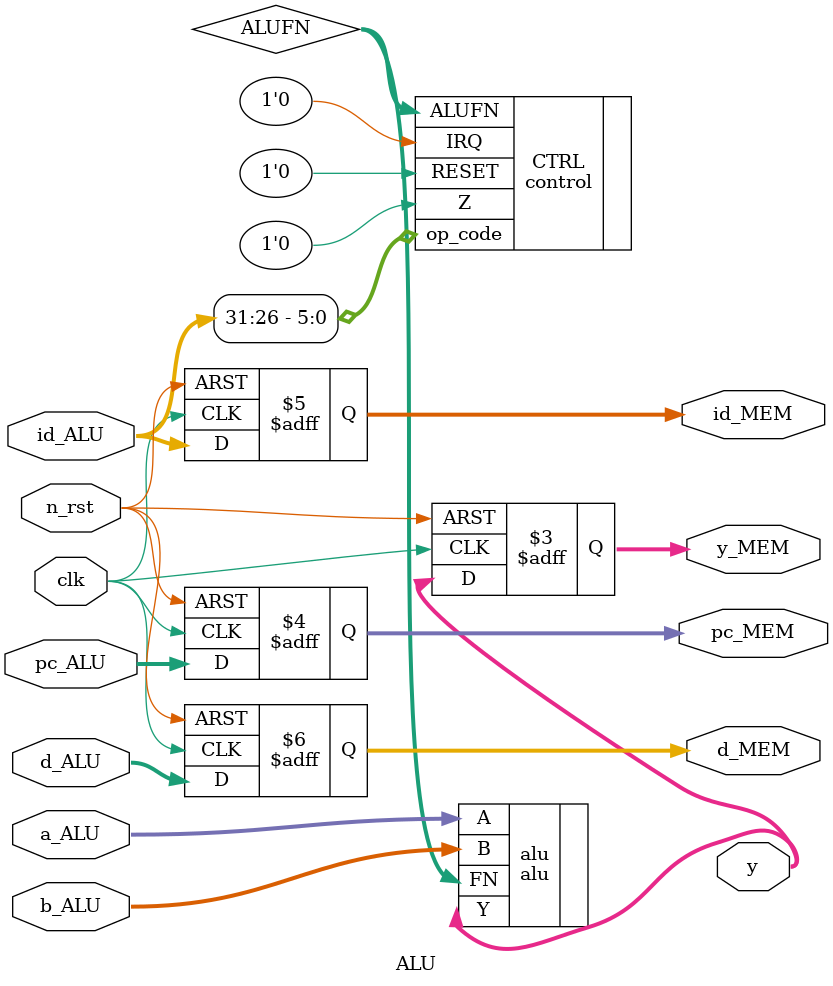
<source format=sv>
/*
ALU Stage 
*/

module ALU(
    input logic clk, n_rst, 

    input logic[31:0] id_ALU, pc_ALU, a_ALU, b_ALU, d_ALU,

    output logic[31:0] y, y_MEM, pc_MEM, id_MEM, d_MEM
); 

localparam NOP = 32'h83fff800; 

logic[5:0] ALUFN; 

always_ff @(posedge clk, negedge n_rst) begin
    if(~n_rst) begin
        pc_MEM <= 'b0; 
        id_MEM <= NOP; 
        y_MEM <= 'b0; 
        d_MEM <= 'b0; 
    end
    else begin
        y_MEM <= y; 
        pc_MEM <= pc_ALU; 
        id_MEM <= id_ALU; 
        d_MEM <= d_ALU; 
    end
end 

alu alu(
    .A(a_ALU),
    .B(b_ALU),
    .FN(ALUFN), 
    .Y(y)
); 

control CTRL(
    .op_code(id_ALU[31:26]),
    .Z(1'b0), 
    .RESET(1'b0),
    .IRQ(1'b0),
    .ALUFN(ALUFN)
); 

endmodule 
</source>
